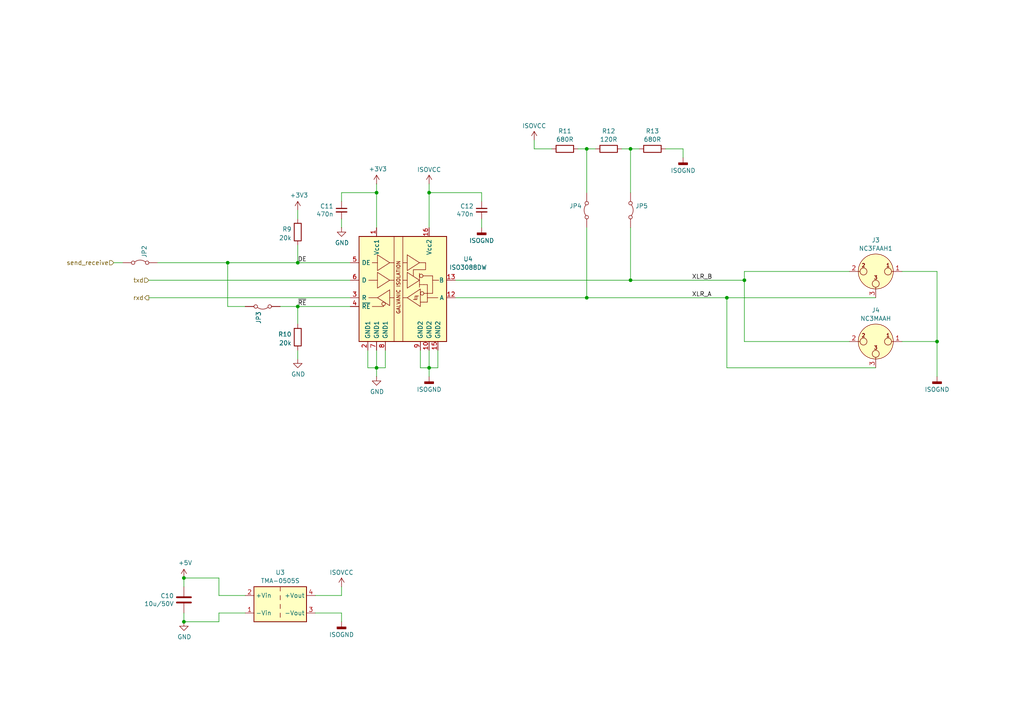
<source format=kicad_sch>
(kicad_sch (version 20231120) (generator "eeschema") (generator_version "8.0")
  (paper "A4")
  (lib_symbols
    (symbol "Connector_Audio:XLR3" (pin_names hide)
      (property "Reference" "J" (at 0 8.89 0))
      (property "Value" "XLR3" (at 0 6.35 0))
      (symbol "XLR3_0_1"
        (circle (center -3.556 0) (radius 1.016))
        (circle (center 0 -3.556) (radius 1.016))
        (polyline (pts (xy -5.08 0) (xy -4.572 0)))
        (polyline (pts (xy 0 -5.08) (xy 0 -4.572)))
        (polyline (pts (xy 5.08 0) (xy 4.572 0)))
        (circle (center 0 0) (radius 5.08) (fill (type background)))
        (circle (center 3.556 0) (radius 1.016))
        (text "1" (at -3.556 1.778 0) (effects (font (size 1.016 1.016) (bold yes))))
        (text "2" (at 3.556 1.778 0) (effects (font (size 1.016 1.016) (bold yes))))
        (text "3" (at 0 -1.778 0) (effects (font (size 1.016 1.016) (bold yes))))
        (pin passive line (at -7.62 0 0) (length 2.54) (name "~") (number "1"))
        (pin passive line (at 7.62 0 180) (length 2.54) (name "~") (number "2"))
        (pin passive line (at 0 -7.62 90) (length 2.54) (name "~") (number "3"))
      )
    )
    (symbol "Converter_DCDC:MEE1S0505SC"
      (property "Reference" "PS" (at -7.62 6.35 0))
      (property "Value" "MEE1S0505SC" (at 1.27 6.35 0))
      (symbol "MEE1S0505SC_0_0"
        (pin power_in line (at -10.16 -2.54 0) (length 2.54) (name "-Vin") (number "1"))
        (pin power_in line (at -10.16 2.54 0) (length 2.54) (name "+Vin") (number "2"))
        (pin power_out line (at 10.16 -2.54 180) (length 2.54) (name "-Vout") (number "3"))
        (pin power_out line (at 10.16 2.54 180) (length 2.54) (name "+Vout") (number "4"))
      )
      (symbol "MEE1S0505SC_0_1"
        (rectangle (start -7.62 5.08) (end 7.62 -5.08) (stroke (width 0.254)) (fill (type background)))
        (polyline (pts (xy 0 -2.54) (xy 0 -3.81)))
        (polyline (pts (xy 0 0) (xy 0 -1.27)))
        (polyline (pts (xy 0 2.54) (xy 0 1.27)))
        (polyline (pts (xy 0 5.08) (xy 0 3.81)))
      )
    )
    (symbol "Device:C" (pin_numbers hide) (pin_names (offset 0.254))
      (property "Reference" "C" (at 0.635 2.54 0))
      (property "Value" "C" (at 0.635 -2.54 0))
      (symbol "C_0_1"
        (polyline (pts (xy -2.032 -0.762) (xy 2.032 -0.762)) (stroke (width 0.508)))
        (polyline (pts (xy -2.032 0.762) (xy 2.032 0.762)) (stroke (width 0.508)))
      )
      (symbol "C_1_1"
        (pin passive line (at 0 3.81 270) (length 2.794) (name "~") (number "1"))
        (pin passive line (at 0 -3.81 90) (length 2.794) (name "~") (number "2"))
      )
    )
    (symbol "Device:C_Small" (pin_numbers hide) (pin_names (offset 0.254) hide)
      (property "Reference" "C" (at 0.254 1.778 0))
      (property "Value" "C_Small" (at 0.254 -2.032 0))
      (symbol "C_Small_0_1"
        (polyline (pts (xy -1.524 -0.508) (xy 1.524 -0.508)) (stroke (width 0.3302)))
        (polyline (pts (xy -1.524 0.508) (xy 1.524 0.508)) (stroke (width 0.3048)))
      )
      (symbol "C_Small_1_1"
        (pin passive line (at 0 2.54 270) (length 2.032) (name "~") (number "1"))
        (pin passive line (at 0 -2.54 90) (length 2.032) (name "~") (number "2"))
      )
    )
    (symbol "Device:R" (pin_numbers hide) (pin_names (offset 0))
      (property "Reference" "R" (at 2.032 0 90))
      (property "Value" "R" (at 0 0 90))
      (symbol "R_0_1"
        (rectangle (start -1.016 -2.54) (end 1.016 2.54) (stroke (width 0.254)))
      )
      (symbol "R_1_1"
        (pin passive line (at 0 3.81 270) (length 1.27) (name "~") (number "1"))
        (pin passive line (at 0 -3.81 90) (length 1.27) (name "~") (number "2"))
      )
    )
    (symbol "Interface_UART:ISO3088DW" (pin_names (offset 0.762))
      (property "Reference" "U" (at 0 19.05 0))
      (property "Value" "ISO3088DW" (at 0 16.51 0))
      (symbol "ISO3088DW_0_0"
        (rectangle (start -12.7 15.24) (end 12.7 -15.24) (stroke (width 0.254)) (fill (type background)))
        (polyline (pts (xy -8.636 2.54) (xy -9.906 2.54)))
        (polyline (pts (xy -7.62 7.62) (xy -8.89 7.62)))
        (polyline (pts (xy -7.366 7.62) (xy -7.62 7.62)))
        (polyline (pts (xy -2.54 15.24) (xy -2.54 -15.24)))
        (polyline (pts (xy 0 15.24) (xy 0 -15.24)))
        (polyline (pts (xy -7.366 4.826) (xy -7.366 0.254) (xy -3.81 2.54) (xy -7.366 4.826)))
        (polyline (pts (xy -7.366 9.906) (xy -7.366 5.334) (xy -3.81 7.62) (xy -7.366 9.906)))
        (polyline (pts (xy -3.81 -0.254) (xy -3.81 -4.826) (xy -7.366 -2.54) (xy -3.81 -0.254)))
        (polyline (pts (xy 1.27 9.906) (xy 1.27 5.334) (xy 4.826 7.62) (xy 1.27 9.906)))
        (text "GALVANIC ISOLATION" (at -1.27 0.508 900) (effects (font (size 1.016 1.016))))
      )
      (symbol "ISO3088DW_0_1"
        (circle (center -5.588 -4.318) (radius 0.508))
        (polyline (pts (xy -7.366 -2.54) (xy -9.906 -2.54)))
        (polyline (pts (xy -7.366 2.54) (xy -8.636 2.54)))
        (polyline (pts (xy -3.81 -2.54) (xy -2.54 -2.54)))
        (polyline (pts (xy -3.81 2.54) (xy -2.54 2.54)))
        (polyline (pts (xy -3.81 7.62) (xy -2.54 7.62)))
        (polyline (pts (xy 0 -2.54) (xy 1.27 -2.54)))
        (polyline (pts (xy 0 2.54) (xy 1.27 2.54)))
        (polyline (pts (xy 0 7.62) (xy 1.27 7.62)))
        (polyline (pts (xy 3.556 -2.286) (xy 3.556 -3.048)))
        (polyline (pts (xy 4.064 -3.048) (xy 3.048 -3.048)))
        (polyline (pts (xy 4.064 -2.286) (xy 4.064 -3.048)))
        (polyline (pts (xy 4.064 -2.286) (xy 4.064 -2.032)))
        (polyline (pts (xy 4.826 1.27) (xy 6.096 1.27)))
        (polyline (pts (xy 4.826 4.572) (xy 4.826 0.508)))
        (polyline (pts (xy 4.826 7.62) (xy 6.604 7.62)))
        (polyline (pts (xy 5.08 -3.81) (xy 6.096 -3.81)))
        (polyline (pts (xy 5.842 3.81) (xy 8.636 3.81)))
        (polyline (pts (xy 6.096 -1.27) (xy 8.636 -1.27)))
        (polyline (pts (xy 6.096 1.27) (xy 7.112 1.27)))
        (polyline (pts (xy 7.112 -3.81) (xy 6.096 -3.81)))
        (polyline (pts (xy 7.112 1.27) (xy 7.112 -3.81)))
        (polyline (pts (xy 8.636 -1.27) (xy 8.636 3.81)))
        (polyline (pts (xy 8.636 2.54) (xy 10.414 2.54)))
        (polyline (pts (xy -8.89 -5.08) (xy -5.588 -5.08) (xy -5.588 -4.826)))
        (polyline (pts (xy 3.556 -2.286) (xy 3.556 -2.032) (xy 4.572 -2.032)))
        (polyline (pts (xy 10.16 -2.54) (xy 8.89 -2.54) (xy 7.112 -2.54)))
        (polyline (pts (xy 1.27 -2.54) (xy 5.08 0) (xy 5.08 -5.08) (xy 1.27 -2.54)))
        (polyline (pts (xy 6.604 7.62) (xy 6.604 5.588) (xy 3.048 5.588) (xy 3.048 3.81)))
        (circle (center 5.334 3.81) (radius 0.508))
        (circle (center 5.588 -1.27) (radius 0.508))
      )
      (symbol "ISO3088DW_1_0"
        (polyline (pts (xy 1.27 4.826) (xy 1.27 0.254) (xy 4.826 2.54) (xy 1.27 4.826)))
      )
      (symbol "ISO3088DW_1_1"
        (pin power_in line (at -7.62 17.78 270) (length 2.54) (name "Vcc1") (number "1"))
        (pin power_in line (at 7.62 -17.78 90) (length 2.54) (name "GND2") (number "10"))
        (pin no_connect line (at 12.7 10.16 180) (length 2.54) hide (name "NC") (number "11"))
        (pin bidirectional line (at 15.24 -2.54 180) (length 2.54) (name "A") (number "12"))
        (pin bidirectional line (at 15.24 2.54 180) (length 2.54) (name "B") (number "13"))
        (pin no_connect line (at 12.7 7.62 180) (length 2.54) hide (name "NC") (number "14"))
        (pin power_in line (at 10.16 -17.78 90) (length 2.54) (name "GND2") (number "15"))
        (pin power_in line (at 7.62 17.78 270) (length 2.54) (name "Vcc2") (number "16"))
        (pin power_in line (at -10.16 -17.78 90) (length 2.54) (name "GND1") (number "2"))
        (pin output line (at -15.24 -2.54 0) (length 2.54) (name "R") (number "3"))
        (pin input line (at -15.24 -5.08 0) (length 2.54) (name "~{RE}") (number "4"))
        (pin input line (at -15.24 7.62 0) (length 2.54) (name "DE") (number "5"))
        (pin input line (at -15.24 2.54 0) (length 2.54) (name "D") (number "6"))
        (pin power_in line (at -7.62 -17.78 90) (length 2.54) (name "GND1") (number "7"))
        (pin power_in line (at -5.08 -17.78 90) (length 2.54) (name "GND1") (number "8"))
        (pin power_in line (at 5.08 -17.78 90) (length 2.54) (name "GND2") (number "9"))
      )
    )
    (symbol "Jumper:Jumper_2_Bridged" (pin_numbers hide) (pin_names (offset 0) hide) (exclude_from_sim yes)
      (property "Reference" "JP" (at 0 1.905 0))
      (property "Value" "Jumper_2_Bridged" (at 0 -2.54 0))
      (symbol "Jumper_2_Bridged_0_0"
        (circle (center -2.032 0) (radius 0.508))
        (circle (center 2.032 0) (radius 0.508))
      )
      (symbol "Jumper_2_Bridged_0_1"
        (arc (start 1.524 0.254) (mid 0 0.762) (end -1.524 0.254))
      )
      (symbol "Jumper_2_Bridged_1_1"
        (pin passive line (at -5.08 0 0) (length 2.54) (name "A") (number "1"))
        (pin passive line (at 5.08 0 180) (length 2.54) (name "B") (number "2"))
      )
    )
    (symbol "SkrooterLib:ISOGND" (power) (pin_names (offset 0))
      (property "Value" "ISOGND" (at 0 -3.175 0))
      (symbol "ISOGND_0_1"
        (rectangle (start -1.27 -1.524) (end 1.27 -2.032) (stroke (width 0.254)) (fill (type outline)))
        (polyline (pts (xy 0 0) (xy 0 -1.524)))
      )
      (symbol "ISOGND_1_1"
        (pin power_in line (at 0 0 270) (length 0) hide (name "ISOGND") (number "1"))
      )
    )
    (symbol "SkrooterLib:ISOVCC" (power) (pin_names (offset 0))
      (property "Value" "ISOVCC" (at 0 3.81 0))
      (symbol "ISOVCC_0_1"
        (polyline (pts (xy -0.762 1.27) (xy 0 2.54)))
        (polyline (pts (xy 0 0) (xy 0 2.54)))
        (polyline (pts (xy 0 2.54) (xy 0.762 1.27)))
      )
      (symbol "ISOVCC_1_1"
        (pin power_in line (at 0 0 90) (length 0) hide (name "ISOVCC") (number "1"))
      )
    )
    (symbol "power:+3.3V" (power) (pin_numbers hide) (pin_names (offset 0) hide)
      (property "Value" "+3.3V" (at 0 3.556 0))
      (symbol "+3.3V_0_1"
        (polyline (pts (xy -0.762 1.27) (xy 0 2.54)))
        (polyline (pts (xy 0 0) (xy 0 2.54)))
        (polyline (pts (xy 0 2.54) (xy 0.762 1.27)))
      )
      (symbol "+3.3V_1_1"
        (pin power_in line (at 0 0 90) (length 0) (name "~") (number "1"))
      )
    )
    (symbol "power:+5V" (power) (pin_numbers hide) (pin_names (offset 0) hide)
      (property "Value" "+5V" (at 0 3.556 0))
      (symbol "+5V_0_1"
        (polyline (pts (xy -0.762 1.27) (xy 0 2.54)))
        (polyline (pts (xy 0 0) (xy 0 2.54)))
        (polyline (pts (xy 0 2.54) (xy 0.762 1.27)))
      )
      (symbol "+5V_1_1"
        (pin power_in line (at 0 0 90) (length 0) (name "~") (number "1"))
      )
    )
    (symbol "power:GND" (power) (pin_numbers hide) (pin_names (offset 0) hide)
      (property "Value" "GND" (at 0 -3.81 0))
      (symbol "GND_0_1"
        (polyline (pts (xy 0 0) (xy 0 -1.27) (xy 1.27 -1.27) (xy 0 -2.54) (xy -1.27 -1.27) (xy 0 -1.27)))
      )
      (symbol "GND_1_1"
        (pin power_in line (at 0 0 270) (length 0) (name "~") (number "1"))
      )
    )
  )
  (junction (at 53.34 180.34))
  (junction (at 210.82 86.36))
  (junction (at 109.22 55.88))
  (junction (at 53.34 167.64))
  (junction (at 182.88 81.28))
  (junction (at 109.22 106.68))
  (junction (at 86.36 88.9))
  (junction (at 86.36 76.2))
  (junction (at 66.04 76.2))
  (junction (at 182.88 43.18))
  (junction (at 271.78 99.06))
  (junction (at 170.18 86.36))
  (junction (at 170.18 43.18))
  (junction (at 124.46 55.88))
  (junction (at 124.46 106.68))
  (junction (at 215.9 81.28))
  (wire (pts (xy 99.06 177.8) (xy 99.06 180.34)))
  (wire (pts (xy 43.18 86.36) (xy 101.6 86.36)))
  (wire (pts (xy 63.5 167.64) (xy 53.34 167.64)))
  (wire (pts (xy 271.78 78.74) (xy 271.78 99.06)))
  (wire (pts (xy 86.36 76.2) (xy 101.6 76.2)))
  (wire (pts (xy 132.08 86.36) (xy 170.18 86.36)))
  (wire (pts (xy 154.94 40.64) (xy 154.94 43.18)))
  (wire (pts (xy 139.7 55.88) (xy 139.7 58.42)))
  (wire (pts (xy 66.04 88.9) (xy 71.12 88.9)))
  (wire (pts (xy 63.5 177.8) (xy 71.12 177.8)))
  (wire (pts (xy 215.9 99.06) (xy 215.9 81.28)))
  (wire (pts (xy 106.68 101.6) (xy 106.68 106.68)))
  (wire (pts (xy 215.9 78.74) (xy 246.38 78.74)))
  (wire (pts (xy 66.04 76.2) (xy 66.04 88.9)))
  (wire (pts (xy 170.18 86.36) (xy 210.82 86.36)))
  (wire (pts (xy 109.22 106.68) (xy 111.76 106.68)))
  (wire (pts (xy 99.06 55.88) (xy 99.06 58.42)))
  (wire (pts (xy 170.18 43.18) (xy 172.72 43.18)))
  (wire (pts (xy 182.88 43.18) (xy 185.42 43.18)))
  (wire (pts (xy 210.82 86.36) (xy 254 86.36)))
  (wire (pts (xy 127 101.6) (xy 127 106.68)))
  (wire (pts (xy 63.5 180.34) (xy 53.34 180.34)))
  (wire (pts (xy 109.22 106.68) (xy 109.22 109.22)))
  (wire (pts (xy 193.04 43.18) (xy 198.12 43.18)))
  (wire (pts (xy 182.88 81.28) (xy 215.9 81.28)))
  (wire (pts (xy 121.92 106.68) (xy 124.46 106.68)))
  (wire (pts (xy 271.78 109.22) (xy 271.78 99.06)))
  (wire (pts (xy 86.36 88.9) (xy 86.36 93.98)))
  (wire (pts (xy 109.22 53.34) (xy 109.22 55.88)))
  (wire (pts (xy 210.82 106.68) (xy 254 106.68)))
  (wire (pts (xy 132.08 81.28) (xy 182.88 81.28)))
  (wire (pts (xy 86.36 60.96) (xy 86.36 63.5)))
  (wire (pts (xy 53.34 177.8) (xy 53.34 180.34)))
  (wire (pts (xy 127 106.68) (xy 124.46 106.68)))
  (wire (pts (xy 63.5 172.72) (xy 63.5 167.64)))
  (wire (pts (xy 215.9 81.28) (xy 215.9 78.74)))
  (wire (pts (xy 109.22 101.6) (xy 109.22 106.68)))
  (wire (pts (xy 91.44 177.8) (xy 99.06 177.8)))
  (wire (pts (xy 86.36 71.12) (xy 86.36 76.2)))
  (wire (pts (xy 109.22 55.88) (xy 109.22 66.04)))
  (wire (pts (xy 124.46 106.68) (xy 124.46 109.22)))
  (wire (pts (xy 99.06 172.72) (xy 99.06 170.18)))
  (wire (pts (xy 121.92 101.6) (xy 121.92 106.68)))
  (wire (pts (xy 91.44 172.72) (xy 99.06 172.72)))
  (wire (pts (xy 170.18 66.04) (xy 170.18 86.36)))
  (wire (pts (xy 170.18 43.18) (xy 167.64 43.18)))
  (wire (pts (xy 124.46 55.88) (xy 124.46 66.04)))
  (wire (pts (xy 246.38 99.06) (xy 215.9 99.06)))
  (wire (pts (xy 210.82 86.36) (xy 210.82 106.68)))
  (wire (pts (xy 160.02 43.18) (xy 154.94 43.18)))
  (wire (pts (xy 182.88 66.04) (xy 182.88 81.28)))
  (wire (pts (xy 43.18 81.28) (xy 101.6 81.28)))
  (wire (pts (xy 86.36 88.9) (xy 101.6 88.9)))
  (wire (pts (xy 124.46 101.6) (xy 124.46 106.68)))
  (wire (pts (xy 86.36 101.6) (xy 86.36 104.14)))
  (wire (pts (xy 182.88 43.18) (xy 180.34 43.18)))
  (wire (pts (xy 198.12 43.18) (xy 198.12 45.72)))
  (wire (pts (xy 109.22 55.88) (xy 99.06 55.88)))
  (wire (pts (xy 81.28 88.9) (xy 86.36 88.9)))
  (wire (pts (xy 111.76 106.68) (xy 111.76 101.6)))
  (wire (pts (xy 99.06 63.5) (xy 99.06 66.04)))
  (wire (pts (xy 170.18 55.88) (xy 170.18 43.18)))
  (wire (pts (xy 124.46 55.88) (xy 139.7 55.88)))
  (wire (pts (xy 124.46 53.34) (xy 124.46 55.88)))
  (wire (pts (xy 182.88 55.88) (xy 182.88 43.18)))
  (wire (pts (xy 271.78 99.06) (xy 261.62 99.06)))
  (wire (pts (xy 139.7 63.5) (xy 139.7 66.04)))
  (wire (pts (xy 71.12 172.72) (xy 63.5 172.72)))
  (wire (pts (xy 33.02 76.2) (xy 35.56 76.2)))
  (wire (pts (xy 271.78 78.74) (xy 261.62 78.74)))
  (wire (pts (xy 63.5 177.8) (xy 63.5 180.34)))
  (wire (pts (xy 45.72 76.2) (xy 66.04 76.2)))
  (wire (pts (xy 66.04 76.2) (xy 86.36 76.2)))
  (wire (pts (xy 53.34 167.64) (xy 53.34 170.18)))
  (wire (pts (xy 106.68 106.68) (xy 109.22 106.68)))
  (label "DE" (at 86.36 76.2 0))
  (label "XLR_A" (at 200.66 86.36 0))
  (label "XLR_B" (at 200.66 81.28 0))
  (label "~{RE}" (at 86.36 88.9 0))
  (hierarchical_label "txd" (shape input) (at 43.18 81.28 180))
  (hierarchical_label "send_receive" (shape input) (at 33.02 76.2 180))
  (hierarchical_label "rxd" (shape output) (at 43.18 86.36 180))
  (symbol (lib_id "Jumper:Jumper_2_Bridged") (at 40.64 76.2 0) (mirror y) (unit 1) (exclude_from_sim yes)
    (property "Reference" "JP2" (at 41.8522 74.803 90) (effects (justify left)))
    (property "Value" "Jumper_2_Bridged" (effects (hide yes)))
    (property "Footprint" "Jumper:SolderJumper-2_P1.3mm_Bridged2Bar_Pad1.0x1.5mm" (effects (hide yes)))
    (property "Description" "Jumper, 2-pole, closed/bridged" (effects (hide yes)))
  )
  (symbol (lib_id "power:+3.3V") (at 109.22 53.34 0) (unit 1)
    (property "Reference" "#PWR023" (effects (hide yes)))
    (property "Value" "+3V3" (at 109.5883 49.0156 0))
    (property "Description" "Power symbol creates a global label with name \"+3.3V\"" (effects (hide yes)))
  )
  (symbol (lib_id "power:+3.3V") (at 86.36 60.96 0) (unit 1)
    (property "Reference" "#PWR018" (effects (hide yes)))
    (property "Value" "+3V3" (at 86.7283 56.6356 0))
    (property "Description" "Power symbol creates a global label with name \"+3.3V\"" (effects (hide yes)))
  )
  (symbol (lib_id "SkrooterLib:ISOVCC") (at 154.94 40.64 0) (unit 1)
    (property "Reference" "#PWR028" (effects (hide yes)))
    (property "Value" "ISOVCC" (at 154.94 36.5069 0))
    (property "Description" "Power symbol creates a global label with name \"VCC\"" (effects (hide yes)))
  )
  (symbol (lib_id "power:GND") (at 53.34 180.34 0) (unit 1)
    (property "Reference" "#PWR017" (effects (hide yes)))
    (property "Value" "GND" (at 53.467 184.7342 0))
    (property "Description" "Power symbol creates a global label with name \"GND\" , ground" (effects (hide yes)))
  )
  (symbol (lib_id "Interface_UART:ISO3088DW") (at 116.84 83.82 0) (unit 1)
    (property "Reference" "U4" (at 135.7653 75.135 0))
    (property "Value" "ISO3088DW" (at 135.7653 77.5593 0))
    (property "Footprint" "Package_SO:SOIC-16W_7.5x10.3mm_P1.27mm" (effects (hide yes)))
    (property "Datasheet" "http://www.ti.com/lit/ds/symlink/iso3082.pdf" (effects (hide yes)))
    (property "Description" "20 Mbps, Isolated 5-V Half-Duplex RS-485 transceiver, SOIC-16" (effects (hide yes)))
    (property "LCSC" "C970943" (effects (hide yes)))
  )
  (symbol (lib_id "power:GND") (at 86.36 104.14 0) (unit 1)
    (property "Reference" "#PWR019" (effects (hide yes)))
    (property "Value" "GND" (at 86.487 108.5342 0))
    (property "Description" "Power symbol creates a global label with name \"GND\" , ground" (effects (hide yes)))
  )
  (symbol (lib_id "Jumper:Jumper_2_Bridged") (at 170.18 60.96 90) (mirror x) (unit 1) (exclude_from_sim yes)
    (property "Reference" "JP4" (at 168.783 59.7478 90) (effects (justify left)))
    (property "Value" "Jumper_2_Bridged" (effects (hide yes)))
    (property "Footprint" "Jumper:SolderJumper-2_P1.3mm_Bridged2Bar_Pad1.0x1.5mm" (effects (hide yes)))
    (property "Description" "Jumper, 2-pole, closed/bridged" (effects (hide yes)))
  )
  (symbol (lib_id "Connector_Audio:XLR3") (at 254 78.74 0) (mirror y) (unit 1)
    (property "Reference" "J3" (at 254 69.6425 0))
    (property "Value" "NC3FAAH1" (at 254 72.0668 0))
    (property "Footprint" "Connector_Audio:Jack_XLR_Neutrik_NC3FAAH1_Horizontal" (effects (hide yes)))
    (property "Description" "XLR Connector, Male or Female, 3 Pins" (effects (hide yes)))
  )
  (symbol (lib_id "SkrooterLib:ISOGND") (at 124.46 109.22 0) (unit 1)
    (property "Reference" "#PWR026" (effects (hide yes)))
    (property "Value" "ISOGND" (at 124.46 112.9721 0))
    (property "Description" "Power symbol creates a global label with name \"GNDD\" , digital ground" (effects (hide yes)))
  )
  (symbol (lib_id "Device:C_Small") (at 99.06 60.96 0) (unit 1)
    (property "Reference" "C11" (at 96.7358 59.8106 0) (effects (justify right)))
    (property "Value" "470n" (at 96.7358 62.1093 0) (effects (justify right)))
    (property "Footprint" "Capacitor_SMD:C_0402_1005Metric" (effects (hide yes)))
    (property "LCSC" "C307331" (effects (hide yes)))
  )
  (symbol (lib_id "SkrooterLib:ISOGND") (at 99.06 180.34 0) (unit 1)
    (property "Reference" "#PWR022" (effects (hide yes)))
    (property "Value" "ISOGND" (at 99.06 184.0921 0))
    (property "Description" "Power symbol creates a global label with name \"GNDD\" , digital ground" (effects (hide yes)))
  )
  (symbol (lib_id "Connector_Audio:XLR3") (at 254 99.06 0) (mirror y) (unit 1)
    (property "Reference" "J4" (at 254 89.9625 0))
    (property "Value" "NC3MAAH" (at 254 92.3868 0))
    (property "Footprint" "Connector_Audio:Jack_XLR_Neutrik_NC3MAAH-1_Horizontal" (effects (hide yes)))
    (property "Description" "XLR Connector, Male or Female, 3 Pins" (effects (hide yes)))
  )
  (symbol (lib_id "SkrooterLib:ISOVCC") (at 124.46 53.34 0) (unit 1)
    (property "Reference" "#PWR025" (effects (hide yes)))
    (property "Value" "ISOVCC" (at 124.46 49.2069 0))
    (property "Description" "Power symbol creates a global label with name \"VCC\"" (effects (hide yes)))
  )
  (symbol (lib_id "SkrooterLib:ISOGND") (at 271.78 109.22 0) (mirror y) (unit 1)
    (property "Reference" "#PWR030" (effects (hide yes)))
    (property "Value" "ISOGND" (at 271.78 112.9721 0))
    (property "Description" "Power symbol creates a global label with name \"GNDD\" , digital ground" (effects (hide yes)))
  )
  (symbol (lib_id "Jumper:Jumper_2_Bridged") (at 76.2 88.9 0) (mirror x) (unit 1) (exclude_from_sim yes)
    (property "Reference" "JP3" (at 74.9878 90.297 90) (effects (justify left)))
    (property "Value" "Jumper_2_Bridged" (effects (hide yes)))
    (property "Footprint" "Jumper:SolderJumper-2_P1.3mm_Bridged2Bar_Pad1.0x1.5mm" (effects (hide yes)))
    (property "Description" "Jumper, 2-pole, closed/bridged" (effects (hide yes)))
  )
  (symbol (lib_id "SkrooterLib:ISOVCC") (at 99.06 170.18 0) (unit 1)
    (property "Reference" "#PWR021" (effects (hide yes)))
    (property "Value" "ISOVCC" (at 99.06 166.0469 0))
    (property "Description" "Power symbol creates a global label with name \"VCC\"" (effects (hide yes)))
  )
  (symbol (lib_id "Device:R") (at 189.23 43.18 90) (unit 1)
    (property "Reference" "R13" (at 189.23 38.0195 90))
    (property "Value" "680R" (at 189.23 40.4438 90))
    (property "Footprint" "Resistor_SMD:R_0805_2012Metric" (effects (hide yes)))
    (property "Description" "Resistor" (effects (hide yes)))
    (property "LCSC" "C17772" (effects (hide yes)))
  )
  (symbol (lib_id "SkrooterLib:ISOGND") (at 198.12 45.72 0) (unit 1)
    (property "Reference" "#PWR029" (effects (hide yes)))
    (property "Value" "ISOGND" (at 198.12 49.4721 0))
    (property "Description" "Power symbol creates a global label with name \"GNDD\" , digital ground" (effects (hide yes)))
  )
  (symbol (lib_id "Device:R") (at 163.83 43.18 90) (unit 1)
    (property "Reference" "R11" (at 163.83 38.0195 90))
    (property "Value" "680R" (at 163.83 40.4438 90))
    (property "Footprint" "Resistor_SMD:R_0805_2012Metric" (effects (hide yes)))
    (property "Description" "Resistor" (effects (hide yes)))
    (property "LCSC" "C17772" (effects (hide yes)))
  )
  (symbol (lib_id "SkrooterLib:ISOGND") (at 139.7 66.04 0) (unit 1)
    (property "Reference" "#PWR027" (effects (hide yes)))
    (property "Value" "ISOGND" (at 139.7 69.7921 0))
    (property "Description" "Power symbol creates a global label with name \"GNDD\" , digital ground" (effects (hide yes)))
  )
  (symbol (lib_id "Device:C_Small") (at 139.7 60.96 0) (unit 1)
    (property "Reference" "C12" (at 137.3758 59.8106 0) (effects (justify right)))
    (property "Value" "470n" (at 137.3758 62.1093 0) (effects (justify right)))
    (property "Footprint" "Capacitor_SMD:C_0402_1005Metric" (effects (hide yes)))
    (property "LCSC" "C307331" (effects (hide yes)))
  )
  (symbol (lib_id "power:+5V") (at 53.34 167.64 0) (unit 1)
    (property "Reference" "#PWR016" (effects (hide yes)))
    (property "Value" "+5V" (at 53.721 163.2458 0))
    (property "Description" "Power symbol creates a global label with name \"+5V\"" (effects (hide yes)))
  )
  (symbol (lib_id "Converter_DCDC:MEE1S0505SC") (at 81.28 175.26 0) (unit 1)
    (property "Reference" "U3" (at 81.28 166.0355 0))
    (property "Value" "TMA-0505S" (at 81.28 168.4598 0))
    (property "Footprint" "Converter_DCDC:Converter_DCDC_Murata_MEE1SxxxxSC_THT" (effects (hide yes)))
    (property "Datasheet" "https://power.murata.com/pub/data/power/ncl/kdc_mee1.pdf" (effects (hide yes)))
    (property "Description" "1W, 1000 VDC isolated DC/DC converter, 5V input, 5V output, SIP" (effects (hide yes)))
    (property "LCSC" "C7465127" (effects (hide yes)))
  )
  (symbol (lib_id "Device:C") (at 53.34 173.99 0) (mirror x) (unit 1)
    (property "Reference" "C10" (at 50.4444 172.8216 0) (effects (justify right)))
    (property "Value" "10u/50V" (at 50.4444 175.133 0) (effects (justify right)))
    (property "Footprint" "Capacitor_SMD:C_1206_3216Metric_Pad1.33x1.80mm_HandSolder" (effects (hide yes)))
    (property "LCSC" "C13585" (effects (hide yes)))
  )
  (symbol (lib_id "power:GND") (at 99.06 66.04 0) (unit 1)
    (property "Reference" "#PWR020" (effects (hide yes)))
    (property "Value" "GND" (at 99.187 70.4342 0))
    (property "Description" "Power symbol creates a global label with name \"GND\" , ground" (effects (hide yes)))
  )
  (symbol (lib_id "Device:R") (at 176.53 43.18 90) (unit 1)
    (property "Reference" "R12" (at 176.53 38.0195 90))
    (property "Value" "120R" (at 176.53 40.4438 90))
    (property "Footprint" "Resistor_SMD:R_1206_3216Metric" (effects (hide yes)))
    (property "Description" "Resistor" (effects (hide yes)))
    (property "LCSC" "C17909" (effects (hide yes)))
  )
  (symbol (lib_id "Jumper:Jumper_2_Bridged") (at 182.88 60.96 270) (unit 1) (exclude_from_sim yes)
    (property "Reference" "JP5" (at 184.277 59.7478 90) (effects (justify left)))
    (property "Value" "Jumper_2_Bridged" (effects (hide yes)))
    (property "Footprint" "Jumper:SolderJumper-2_P1.3mm_Bridged2Bar_Pad1.0x1.5mm" (effects (hide yes)))
    (property "Description" "Jumper, 2-pole, closed/bridged" (effects (hide yes)))
  )
  (symbol (lib_id "Device:R") (at 86.36 97.79 0) (mirror y) (unit 1)
    (property "Reference" "R10" (at 84.582 96.9553 0) (effects (justify left)))
    (property "Value" "20k" (at 84.582 99.4922 0) (effects (justify left)))
    (property "Footprint" "Resistor_SMD:R_0603_1608Metric_Pad0.98x0.95mm_HandSolder" (effects (hide yes)))
    (property "LCSC" "C4184" (effects (hide yes)))
  )
  (symbol (lib_id "Device:R") (at 86.36 67.31 0) (mirror y) (unit 1)
    (property "Reference" "R9" (at 84.582 66.4753 0) (effects (justify left)))
    (property "Value" "20k" (at 84.582 69.0122 0) (effects (justify left)))
    (property "Footprint" "Resistor_SMD:R_0603_1608Metric_Pad0.98x0.95mm_HandSolder" (effects (hide yes)))
    (property "LCSC" "C4184" (effects (hide yes)))
  )
  (symbol (lib_id "power:GND") (at 109.22 109.22 0) (unit 1)
    (property "Reference" "#PWR024" (effects (hide yes)))
    (property "Value" "GND" (at 109.347 113.6142 0))
    (property "Description" "Power symbol creates a global label with name \"GND\" , ground" (effects (hide yes)))
  )
)
</source>
